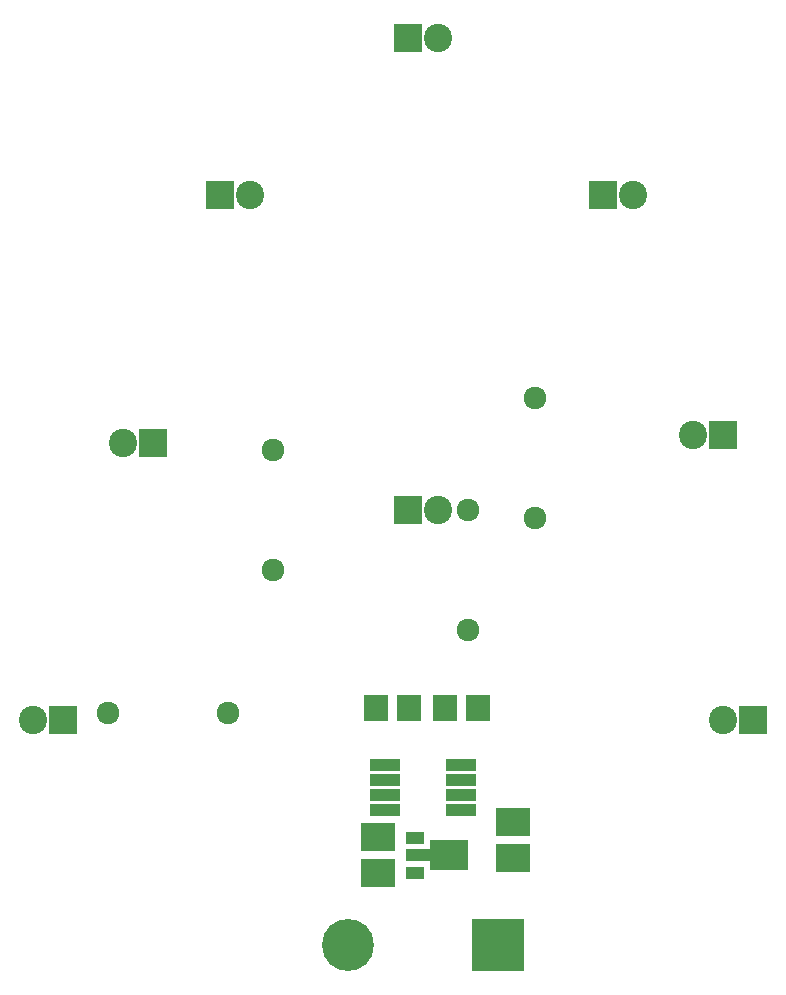
<source format=gbs>
G04 #@! TF.FileFunction,Soldermask,Bot*
%FSLAX46Y46*%
G04 Gerber Fmt 4.6, Leading zero omitted, Abs format (unit mm)*
G04 Created by KiCad (PCBNEW 4.0.1-stable) date 28/05/2016 22:33:24*
%MOMM*%
G01*
G04 APERTURE LIST*
%ADD10C,0.100000*%
%ADD11R,2.599640X0.999440*%
%ADD12R,2.000200X2.203400*%
%ADD13R,2.899360X2.350720*%
%ADD14R,2.400000X2.400000*%
%ADD15C,2.400000*%
%ADD16C,1.924000*%
%ADD17R,4.400500X4.400500*%
%ADD18C,4.400500*%
%ADD19R,1.598880X1.101040*%
%ADD20R,2.398980X1.101040*%
%ADD21R,3.201620X2.599640*%
G04 APERTURE END LIST*
D10*
D11*
X109913420Y-102870000D03*
X109913420Y-104140000D03*
X109913420Y-105410000D03*
X109913420Y-106680000D03*
X103446580Y-106680000D03*
X103446580Y-105410000D03*
X103446580Y-104140000D03*
X103446580Y-102870000D03*
D12*
X105537000Y-98044000D03*
X102743000Y-98044000D03*
X111379000Y-98044000D03*
X108585000Y-98044000D03*
D13*
X114300000Y-110744000D03*
X114300000Y-107696000D03*
D14*
X105410000Y-41275000D03*
D15*
X107950000Y-41275000D03*
D14*
X89535000Y-54610000D03*
D15*
X92075000Y-54610000D03*
D14*
X121920000Y-54610000D03*
D15*
X124460000Y-54610000D03*
D14*
X105410000Y-81280000D03*
D15*
X107950000Y-81280000D03*
D14*
X83820000Y-75565000D03*
D15*
X81280000Y-75565000D03*
D14*
X132080000Y-74930000D03*
D15*
X129540000Y-74930000D03*
D14*
X76200000Y-99060000D03*
D15*
X73660000Y-99060000D03*
D14*
X134620000Y-99060000D03*
D15*
X132080000Y-99060000D03*
D16*
X116205000Y-71755000D03*
X116205000Y-81915000D03*
X110490000Y-91440000D03*
X110490000Y-81280000D03*
X93980000Y-86360000D03*
X93980000Y-76200000D03*
X90170000Y-98425000D03*
X80010000Y-98425000D03*
D13*
X102870000Y-108966000D03*
X102870000Y-112014000D03*
D17*
X113030000Y-118110000D03*
D18*
X100330000Y-118110000D03*
D19*
X106050080Y-111991140D03*
D20*
X106448860Y-110490000D03*
D19*
X106050080Y-108988860D03*
D21*
X108849160Y-110490000D03*
M02*

</source>
